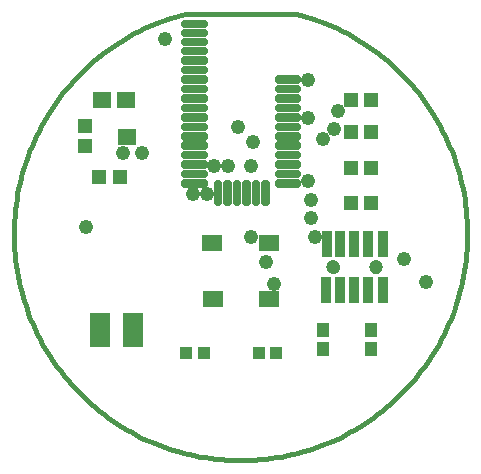
<source format=gts>
G75*
%MOIN*%
%OFA0B0*%
%FSLAX25Y25*%
%IPPOS*%
%LPD*%
%AMOC8*
5,1,8,0,0,1.08239X$1,22.5*
%
%ADD10C,0.01600*%
%ADD11R,0.04737X0.05131*%
%ADD12R,0.05131X0.04737*%
%ADD13R,0.07099X0.11430*%
%ADD14R,0.03950X0.03950*%
%ADD15R,0.01981X0.02847*%
%ADD16R,0.06902X0.05524*%
%ADD17R,0.03300X0.08800*%
%ADD18C,0.00000*%
%ADD19C,0.04737*%
%ADD20C,0.01938*%
%ADD21R,0.04343X0.04540*%
%ADD22R,0.05918X0.05800*%
%ADD23C,0.04800*%
D10*
X0069963Y0151406D02*
X0068175Y0150939D01*
X0066400Y0150428D01*
X0064637Y0149874D01*
X0062888Y0149277D01*
X0061154Y0148637D01*
X0059437Y0147956D01*
X0057736Y0147232D01*
X0056054Y0146467D01*
X0054391Y0145661D01*
X0052749Y0144815D01*
X0051127Y0143928D01*
X0049528Y0143003D01*
X0047952Y0142038D01*
X0046400Y0141036D01*
X0044872Y0139995D01*
X0043371Y0138918D01*
X0041897Y0137804D01*
X0040450Y0136655D01*
X0039032Y0135470D01*
X0037643Y0134251D01*
X0036284Y0132999D01*
X0034956Y0131713D01*
X0033661Y0130396D01*
X0032397Y0129047D01*
X0031168Y0127668D01*
X0029972Y0126259D01*
X0028811Y0124821D01*
X0027686Y0123356D01*
X0026596Y0121863D01*
X0025544Y0120344D01*
X0024529Y0118800D01*
X0023552Y0117231D01*
X0022614Y0115639D01*
X0021715Y0114025D01*
X0020856Y0112389D01*
X0020037Y0110732D01*
X0019258Y0109056D01*
X0018521Y0107362D01*
X0017826Y0105650D01*
X0017173Y0103921D01*
X0016562Y0102177D01*
X0015994Y0100419D01*
X0015469Y0098647D01*
X0014988Y0096863D01*
X0014550Y0095068D01*
X0014157Y0093262D01*
X0013808Y0091447D01*
X0013503Y0089625D01*
X0013243Y0087795D01*
X0013027Y0085960D01*
X0012857Y0084120D01*
X0012732Y0082276D01*
X0012652Y0080430D01*
X0012617Y0078583D01*
X0012627Y0076735D01*
X0012682Y0074888D01*
X0012783Y0073043D01*
X0012928Y0071201D01*
X0013119Y0069363D01*
X0013355Y0067530D01*
X0013635Y0065703D01*
X0013960Y0063884D01*
X0014329Y0062074D01*
X0014742Y0060272D01*
X0015200Y0058482D01*
X0015701Y0056703D01*
X0016245Y0054938D01*
X0016833Y0053185D01*
X0017463Y0051448D01*
X0018135Y0049727D01*
X0018849Y0048023D01*
X0019605Y0046336D01*
X0020401Y0044669D01*
X0021239Y0043022D01*
X0022116Y0041395D01*
X0023033Y0039791D01*
X0023988Y0038210D01*
X0024983Y0036652D01*
X0026015Y0035119D01*
X0027084Y0033612D01*
X0028189Y0032131D01*
X0029331Y0030678D01*
X0030508Y0029253D01*
X0031719Y0027858D01*
X0032964Y0026492D01*
X0034242Y0025157D01*
X0035552Y0023854D01*
X0036894Y0022584D01*
X0038266Y0021346D01*
X0039668Y0020143D01*
X0041100Y0018974D01*
X0042559Y0017841D01*
X0044046Y0016743D01*
X0045559Y0015682D01*
X0047097Y0014659D01*
X0048661Y0013673D01*
X0050247Y0012726D01*
X0051857Y0011818D01*
X0053488Y0010950D01*
X0055140Y0010122D01*
X0056812Y0009335D01*
X0058502Y0008588D01*
X0060210Y0007883D01*
X0061935Y0007221D01*
X0063676Y0006600D01*
X0065431Y0006022D01*
X0067200Y0005488D01*
X0068981Y0004997D01*
X0070774Y0004549D01*
X0072577Y0004146D01*
X0074390Y0003787D01*
X0076211Y0003472D01*
X0078039Y0003202D01*
X0079873Y0002976D01*
X0081712Y0002796D01*
X0083555Y0002660D01*
X0085401Y0002570D01*
X0087248Y0002525D01*
X0089096Y0002525D01*
X0090943Y0002570D01*
X0092789Y0002660D01*
X0094632Y0002796D01*
X0096471Y0002976D01*
X0098305Y0003202D01*
X0100133Y0003472D01*
X0101954Y0003787D01*
X0103767Y0004146D01*
X0105570Y0004549D01*
X0107363Y0004997D01*
X0109144Y0005488D01*
X0110913Y0006022D01*
X0112668Y0006600D01*
X0114409Y0007221D01*
X0116134Y0007883D01*
X0117842Y0008588D01*
X0119532Y0009335D01*
X0121204Y0010122D01*
X0122856Y0010950D01*
X0124487Y0011818D01*
X0126097Y0012726D01*
X0127683Y0013673D01*
X0129247Y0014659D01*
X0130785Y0015682D01*
X0132298Y0016743D01*
X0133785Y0017841D01*
X0135244Y0018974D01*
X0136676Y0020143D01*
X0138078Y0021346D01*
X0139450Y0022584D01*
X0140792Y0023854D01*
X0142102Y0025157D01*
X0143380Y0026492D01*
X0144625Y0027858D01*
X0145836Y0029253D01*
X0147013Y0030678D01*
X0148155Y0032131D01*
X0149260Y0033612D01*
X0150329Y0035119D01*
X0151361Y0036652D01*
X0152356Y0038210D01*
X0153311Y0039791D01*
X0154228Y0041395D01*
X0155105Y0043022D01*
X0155943Y0044669D01*
X0156739Y0046336D01*
X0157495Y0048023D01*
X0158209Y0049727D01*
X0158881Y0051448D01*
X0159511Y0053185D01*
X0160099Y0054938D01*
X0160643Y0056703D01*
X0161144Y0058482D01*
X0161602Y0060272D01*
X0162015Y0062074D01*
X0162384Y0063884D01*
X0162709Y0065703D01*
X0162989Y0067530D01*
X0163225Y0069363D01*
X0163416Y0071201D01*
X0163561Y0073043D01*
X0163662Y0074888D01*
X0163717Y0076735D01*
X0163727Y0078583D01*
X0163692Y0080430D01*
X0163612Y0082276D01*
X0163487Y0084120D01*
X0163317Y0085960D01*
X0163101Y0087795D01*
X0162841Y0089625D01*
X0162536Y0091447D01*
X0162187Y0093262D01*
X0161794Y0095068D01*
X0161356Y0096863D01*
X0160875Y0098647D01*
X0160350Y0100419D01*
X0159782Y0102177D01*
X0159171Y0103921D01*
X0158518Y0105650D01*
X0157823Y0107362D01*
X0157086Y0109056D01*
X0156307Y0110732D01*
X0155488Y0112389D01*
X0154629Y0114025D01*
X0153730Y0115639D01*
X0152792Y0117231D01*
X0151815Y0118800D01*
X0150800Y0120344D01*
X0149748Y0121863D01*
X0148658Y0123356D01*
X0147533Y0124821D01*
X0146372Y0126259D01*
X0145176Y0127668D01*
X0143947Y0129047D01*
X0142683Y0130396D01*
X0141388Y0131713D01*
X0140060Y0132999D01*
X0138701Y0134251D01*
X0137312Y0135470D01*
X0135894Y0136655D01*
X0134447Y0137804D01*
X0132973Y0138918D01*
X0131472Y0139995D01*
X0129944Y0141036D01*
X0128392Y0142038D01*
X0126816Y0143003D01*
X0125217Y0143928D01*
X0123595Y0144815D01*
X0121953Y0145661D01*
X0120290Y0146467D01*
X0118608Y0147232D01*
X0116907Y0147956D01*
X0115190Y0148637D01*
X0113456Y0149277D01*
X0111707Y0149874D01*
X0109944Y0150428D01*
X0108169Y0150939D01*
X0106381Y0151406D01*
X0069963Y0151406D01*
D11*
X0036459Y0114123D03*
X0036459Y0107430D03*
D12*
X0041144Y0096957D03*
X0047837Y0096957D03*
X0125121Y0100028D03*
X0131814Y0100028D03*
X0131814Y0088454D03*
X0125121Y0088454D03*
X0125121Y0111997D03*
X0131814Y0111997D03*
X0131814Y0122784D03*
X0125121Y0122784D03*
D13*
X0041459Y0045855D03*
X0052483Y0045855D03*
D14*
X0070121Y0038414D03*
X0076026Y0038414D03*
X0094255Y0038335D03*
X0100160Y0038335D03*
D15*
X0052168Y0108808D03*
X0050199Y0108808D03*
X0048231Y0108808D03*
X0048231Y0111761D03*
X0050199Y0111761D03*
X0052168Y0111761D03*
D16*
X0078743Y0075028D03*
X0097640Y0075028D03*
X0097640Y0056131D03*
X0079136Y0056131D03*
D17*
X0116656Y0059241D03*
X0121381Y0059241D03*
X0126105Y0059241D03*
X0130829Y0059438D03*
X0135554Y0059438D03*
X0135554Y0074792D03*
X0130829Y0074792D03*
X0126105Y0074792D03*
X0121381Y0074792D03*
X0116853Y0074792D03*
D18*
X0117049Y0066918D02*
X0117051Y0067006D01*
X0117057Y0067094D01*
X0117067Y0067182D01*
X0117081Y0067270D01*
X0117098Y0067356D01*
X0117120Y0067442D01*
X0117145Y0067526D01*
X0117175Y0067610D01*
X0117207Y0067692D01*
X0117244Y0067772D01*
X0117284Y0067851D01*
X0117328Y0067928D01*
X0117375Y0068003D01*
X0117425Y0068075D01*
X0117479Y0068146D01*
X0117535Y0068213D01*
X0117595Y0068279D01*
X0117657Y0068341D01*
X0117723Y0068401D01*
X0117790Y0068457D01*
X0117861Y0068511D01*
X0117933Y0068561D01*
X0118008Y0068608D01*
X0118085Y0068652D01*
X0118164Y0068692D01*
X0118244Y0068729D01*
X0118326Y0068761D01*
X0118410Y0068791D01*
X0118494Y0068816D01*
X0118580Y0068838D01*
X0118666Y0068855D01*
X0118754Y0068869D01*
X0118842Y0068879D01*
X0118930Y0068885D01*
X0119018Y0068887D01*
X0119106Y0068885D01*
X0119194Y0068879D01*
X0119282Y0068869D01*
X0119370Y0068855D01*
X0119456Y0068838D01*
X0119542Y0068816D01*
X0119626Y0068791D01*
X0119710Y0068761D01*
X0119792Y0068729D01*
X0119872Y0068692D01*
X0119951Y0068652D01*
X0120028Y0068608D01*
X0120103Y0068561D01*
X0120175Y0068511D01*
X0120246Y0068457D01*
X0120313Y0068401D01*
X0120379Y0068341D01*
X0120441Y0068279D01*
X0120501Y0068213D01*
X0120557Y0068146D01*
X0120611Y0068075D01*
X0120661Y0068003D01*
X0120708Y0067928D01*
X0120752Y0067851D01*
X0120792Y0067772D01*
X0120829Y0067692D01*
X0120861Y0067610D01*
X0120891Y0067526D01*
X0120916Y0067442D01*
X0120938Y0067356D01*
X0120955Y0067270D01*
X0120969Y0067182D01*
X0120979Y0067094D01*
X0120985Y0067006D01*
X0120987Y0066918D01*
X0120985Y0066830D01*
X0120979Y0066742D01*
X0120969Y0066654D01*
X0120955Y0066566D01*
X0120938Y0066480D01*
X0120916Y0066394D01*
X0120891Y0066310D01*
X0120861Y0066226D01*
X0120829Y0066144D01*
X0120792Y0066064D01*
X0120752Y0065985D01*
X0120708Y0065908D01*
X0120661Y0065833D01*
X0120611Y0065761D01*
X0120557Y0065690D01*
X0120501Y0065623D01*
X0120441Y0065557D01*
X0120379Y0065495D01*
X0120313Y0065435D01*
X0120246Y0065379D01*
X0120175Y0065325D01*
X0120103Y0065275D01*
X0120028Y0065228D01*
X0119951Y0065184D01*
X0119872Y0065144D01*
X0119792Y0065107D01*
X0119710Y0065075D01*
X0119626Y0065045D01*
X0119542Y0065020D01*
X0119456Y0064998D01*
X0119370Y0064981D01*
X0119282Y0064967D01*
X0119194Y0064957D01*
X0119106Y0064951D01*
X0119018Y0064949D01*
X0118930Y0064951D01*
X0118842Y0064957D01*
X0118754Y0064967D01*
X0118666Y0064981D01*
X0118580Y0064998D01*
X0118494Y0065020D01*
X0118410Y0065045D01*
X0118326Y0065075D01*
X0118244Y0065107D01*
X0118164Y0065144D01*
X0118085Y0065184D01*
X0118008Y0065228D01*
X0117933Y0065275D01*
X0117861Y0065325D01*
X0117790Y0065379D01*
X0117723Y0065435D01*
X0117657Y0065495D01*
X0117595Y0065557D01*
X0117535Y0065623D01*
X0117479Y0065690D01*
X0117425Y0065761D01*
X0117375Y0065833D01*
X0117328Y0065908D01*
X0117284Y0065985D01*
X0117244Y0066064D01*
X0117207Y0066144D01*
X0117175Y0066226D01*
X0117145Y0066310D01*
X0117120Y0066394D01*
X0117098Y0066480D01*
X0117081Y0066566D01*
X0117067Y0066654D01*
X0117057Y0066742D01*
X0117051Y0066830D01*
X0117049Y0066918D01*
X0131223Y0066918D02*
X0131225Y0067006D01*
X0131231Y0067094D01*
X0131241Y0067182D01*
X0131255Y0067270D01*
X0131272Y0067356D01*
X0131294Y0067442D01*
X0131319Y0067526D01*
X0131349Y0067610D01*
X0131381Y0067692D01*
X0131418Y0067772D01*
X0131458Y0067851D01*
X0131502Y0067928D01*
X0131549Y0068003D01*
X0131599Y0068075D01*
X0131653Y0068146D01*
X0131709Y0068213D01*
X0131769Y0068279D01*
X0131831Y0068341D01*
X0131897Y0068401D01*
X0131964Y0068457D01*
X0132035Y0068511D01*
X0132107Y0068561D01*
X0132182Y0068608D01*
X0132259Y0068652D01*
X0132338Y0068692D01*
X0132418Y0068729D01*
X0132500Y0068761D01*
X0132584Y0068791D01*
X0132668Y0068816D01*
X0132754Y0068838D01*
X0132840Y0068855D01*
X0132928Y0068869D01*
X0133016Y0068879D01*
X0133104Y0068885D01*
X0133192Y0068887D01*
X0133280Y0068885D01*
X0133368Y0068879D01*
X0133456Y0068869D01*
X0133544Y0068855D01*
X0133630Y0068838D01*
X0133716Y0068816D01*
X0133800Y0068791D01*
X0133884Y0068761D01*
X0133966Y0068729D01*
X0134046Y0068692D01*
X0134125Y0068652D01*
X0134202Y0068608D01*
X0134277Y0068561D01*
X0134349Y0068511D01*
X0134420Y0068457D01*
X0134487Y0068401D01*
X0134553Y0068341D01*
X0134615Y0068279D01*
X0134675Y0068213D01*
X0134731Y0068146D01*
X0134785Y0068075D01*
X0134835Y0068003D01*
X0134882Y0067928D01*
X0134926Y0067851D01*
X0134966Y0067772D01*
X0135003Y0067692D01*
X0135035Y0067610D01*
X0135065Y0067526D01*
X0135090Y0067442D01*
X0135112Y0067356D01*
X0135129Y0067270D01*
X0135143Y0067182D01*
X0135153Y0067094D01*
X0135159Y0067006D01*
X0135161Y0066918D01*
X0135159Y0066830D01*
X0135153Y0066742D01*
X0135143Y0066654D01*
X0135129Y0066566D01*
X0135112Y0066480D01*
X0135090Y0066394D01*
X0135065Y0066310D01*
X0135035Y0066226D01*
X0135003Y0066144D01*
X0134966Y0066064D01*
X0134926Y0065985D01*
X0134882Y0065908D01*
X0134835Y0065833D01*
X0134785Y0065761D01*
X0134731Y0065690D01*
X0134675Y0065623D01*
X0134615Y0065557D01*
X0134553Y0065495D01*
X0134487Y0065435D01*
X0134420Y0065379D01*
X0134349Y0065325D01*
X0134277Y0065275D01*
X0134202Y0065228D01*
X0134125Y0065184D01*
X0134046Y0065144D01*
X0133966Y0065107D01*
X0133884Y0065075D01*
X0133800Y0065045D01*
X0133716Y0065020D01*
X0133630Y0064998D01*
X0133544Y0064981D01*
X0133456Y0064967D01*
X0133368Y0064957D01*
X0133280Y0064951D01*
X0133192Y0064949D01*
X0133104Y0064951D01*
X0133016Y0064957D01*
X0132928Y0064967D01*
X0132840Y0064981D01*
X0132754Y0064998D01*
X0132668Y0065020D01*
X0132584Y0065045D01*
X0132500Y0065075D01*
X0132418Y0065107D01*
X0132338Y0065144D01*
X0132259Y0065184D01*
X0132182Y0065228D01*
X0132107Y0065275D01*
X0132035Y0065325D01*
X0131964Y0065379D01*
X0131897Y0065435D01*
X0131831Y0065495D01*
X0131769Y0065557D01*
X0131709Y0065623D01*
X0131653Y0065690D01*
X0131599Y0065761D01*
X0131549Y0065833D01*
X0131502Y0065908D01*
X0131458Y0065985D01*
X0131418Y0066064D01*
X0131381Y0066144D01*
X0131349Y0066226D01*
X0131319Y0066310D01*
X0131294Y0066394D01*
X0131272Y0066480D01*
X0131255Y0066566D01*
X0131241Y0066654D01*
X0131231Y0066742D01*
X0131225Y0066830D01*
X0131223Y0066918D01*
D19*
X0133192Y0066918D03*
X0119018Y0066918D03*
D20*
X0096835Y0088275D02*
X0096835Y0095011D01*
X0096835Y0088275D02*
X0096005Y0088275D01*
X0096005Y0095011D01*
X0096835Y0095011D01*
X0096835Y0090212D02*
X0096005Y0090212D01*
X0096005Y0092149D02*
X0096835Y0092149D01*
X0096835Y0094086D02*
X0096005Y0094086D01*
X0093685Y0095011D02*
X0093685Y0088275D01*
X0092855Y0088275D01*
X0092855Y0095011D01*
X0093685Y0095011D01*
X0093685Y0090212D02*
X0092855Y0090212D01*
X0092855Y0092149D02*
X0093685Y0092149D01*
X0093685Y0094086D02*
X0092855Y0094086D01*
X0090536Y0095011D02*
X0090536Y0088275D01*
X0089706Y0088275D01*
X0089706Y0095011D01*
X0090536Y0095011D01*
X0090536Y0090212D02*
X0089706Y0090212D01*
X0089706Y0092149D02*
X0090536Y0092149D01*
X0090536Y0094086D02*
X0089706Y0094086D01*
X0087386Y0095011D02*
X0087386Y0088275D01*
X0086556Y0088275D01*
X0086556Y0095011D01*
X0087386Y0095011D01*
X0087386Y0090212D02*
X0086556Y0090212D01*
X0086556Y0092149D02*
X0087386Y0092149D01*
X0087386Y0094086D02*
X0086556Y0094086D01*
X0084237Y0095011D02*
X0084237Y0088275D01*
X0083407Y0088275D01*
X0083407Y0095011D01*
X0084237Y0095011D01*
X0084237Y0090212D02*
X0083407Y0090212D01*
X0083407Y0092149D02*
X0084237Y0092149D01*
X0084237Y0094086D02*
X0083407Y0094086D01*
X0081087Y0095011D02*
X0081087Y0088275D01*
X0080257Y0088275D01*
X0080257Y0095011D01*
X0081087Y0095011D01*
X0081087Y0090212D02*
X0080257Y0090212D01*
X0080257Y0092149D02*
X0081087Y0092149D01*
X0081087Y0094086D02*
X0080257Y0094086D01*
X0076166Y0094377D02*
X0069430Y0094377D01*
X0069430Y0095207D01*
X0076166Y0095207D01*
X0076166Y0094377D01*
X0076166Y0097527D02*
X0069430Y0097527D01*
X0069430Y0098357D01*
X0076166Y0098357D01*
X0076166Y0097527D01*
X0076166Y0100676D02*
X0069430Y0100676D01*
X0069430Y0101506D01*
X0076166Y0101506D01*
X0076166Y0100676D01*
X0076166Y0103826D02*
X0069430Y0103826D01*
X0069430Y0104656D01*
X0076166Y0104656D01*
X0076166Y0103826D01*
X0076166Y0106976D02*
X0069430Y0106976D01*
X0069430Y0107806D01*
X0076166Y0107806D01*
X0076166Y0106976D01*
X0076166Y0110125D02*
X0069430Y0110125D01*
X0069430Y0110955D01*
X0076166Y0110955D01*
X0076166Y0110125D01*
X0076166Y0113275D02*
X0069430Y0113275D01*
X0069430Y0114105D01*
X0076166Y0114105D01*
X0076166Y0113275D01*
X0076166Y0116424D02*
X0069430Y0116424D01*
X0069430Y0117254D01*
X0076166Y0117254D01*
X0076166Y0116424D01*
X0076166Y0119574D02*
X0069430Y0119574D01*
X0069430Y0120404D01*
X0076166Y0120404D01*
X0076166Y0119574D01*
X0076166Y0122724D02*
X0069430Y0122724D01*
X0069430Y0123554D01*
X0076166Y0123554D01*
X0076166Y0122724D01*
X0076166Y0125873D02*
X0069430Y0125873D01*
X0069430Y0126703D01*
X0076166Y0126703D01*
X0076166Y0125873D01*
X0076166Y0129023D02*
X0069430Y0129023D01*
X0069430Y0129853D01*
X0076166Y0129853D01*
X0076166Y0129023D01*
X0076166Y0132172D02*
X0069430Y0132172D01*
X0069430Y0133002D01*
X0076166Y0133002D01*
X0076166Y0132172D01*
X0076166Y0135322D02*
X0069430Y0135322D01*
X0069430Y0136152D01*
X0076166Y0136152D01*
X0076166Y0135322D01*
X0076166Y0138472D02*
X0069430Y0138472D01*
X0069430Y0139302D01*
X0076166Y0139302D01*
X0076166Y0138472D01*
X0076166Y0141503D02*
X0069430Y0141503D01*
X0069430Y0142333D01*
X0076166Y0142333D01*
X0076166Y0141503D01*
X0076166Y0144535D02*
X0069430Y0144535D01*
X0069430Y0145365D01*
X0076166Y0145365D01*
X0076166Y0144535D01*
X0076166Y0147566D02*
X0069430Y0147566D01*
X0069430Y0148396D01*
X0076166Y0148396D01*
X0076166Y0147566D01*
X0100532Y0129023D02*
X0107268Y0129023D01*
X0100532Y0129023D02*
X0100532Y0129853D01*
X0107268Y0129853D01*
X0107268Y0129023D01*
X0107268Y0125873D02*
X0100532Y0125873D01*
X0100532Y0126703D01*
X0107268Y0126703D01*
X0107268Y0125873D01*
X0107268Y0122724D02*
X0100532Y0122724D01*
X0100532Y0123554D01*
X0107268Y0123554D01*
X0107268Y0122724D01*
X0107268Y0119574D02*
X0100532Y0119574D01*
X0100532Y0120404D01*
X0107268Y0120404D01*
X0107268Y0119574D01*
X0107268Y0116424D02*
X0100532Y0116424D01*
X0100532Y0117254D01*
X0107268Y0117254D01*
X0107268Y0116424D01*
X0107268Y0113275D02*
X0100532Y0113275D01*
X0100532Y0114105D01*
X0107268Y0114105D01*
X0107268Y0113275D01*
X0107268Y0110125D02*
X0100532Y0110125D01*
X0100532Y0110955D01*
X0107268Y0110955D01*
X0107268Y0110125D01*
X0107268Y0106976D02*
X0100532Y0106976D01*
X0100532Y0107806D01*
X0107268Y0107806D01*
X0107268Y0106976D01*
X0107268Y0103826D02*
X0100532Y0103826D01*
X0100532Y0104656D01*
X0107268Y0104656D01*
X0107268Y0103826D01*
X0107268Y0100676D02*
X0100532Y0100676D01*
X0100532Y0101506D01*
X0107268Y0101506D01*
X0107268Y0100676D01*
X0107268Y0097527D02*
X0100532Y0097527D01*
X0100532Y0098357D01*
X0107268Y0098357D01*
X0107268Y0097527D01*
X0107268Y0094377D02*
X0100532Y0094377D01*
X0100532Y0095207D01*
X0107268Y0095207D01*
X0107268Y0094377D01*
D21*
X0115593Y0045894D03*
X0115593Y0039595D03*
X0131735Y0039595D03*
X0131735Y0045894D03*
D22*
X0050160Y0122666D03*
X0041971Y0122706D03*
D23*
X0049097Y0104950D03*
X0055396Y0104950D03*
X0072325Y0091170D03*
X0077050Y0091170D03*
X0079412Y0100619D03*
X0084136Y0100619D03*
X0091617Y0100619D03*
X0092404Y0108493D03*
X0087286Y0113611D03*
X0110514Y0116761D03*
X0115633Y0109674D03*
X0119176Y0112824D03*
X0120751Y0119123D03*
X0110514Y0129359D03*
X0110514Y0095501D03*
X0111696Y0089202D03*
X0111696Y0083296D03*
X0112877Y0076997D03*
X0096735Y0068729D03*
X0099491Y0061249D03*
X0091617Y0076997D03*
X0142798Y0069517D03*
X0149885Y0062036D03*
X0062877Y0142942D03*
X0036499Y0080146D03*
M02*

</source>
